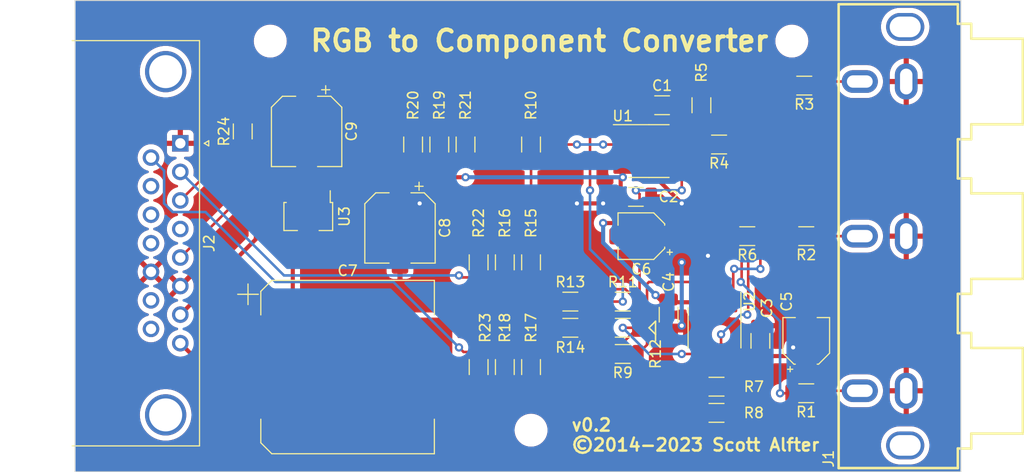
<source format=kicad_pcb>
(kicad_pcb (version 20221018) (generator pcbnew)

  (general
    (thickness 1.6)
  )

  (paper "USLetter")
  (title_block
    (title "RGB-to-Component Converter")
    (date "2023-04-22")
    (rev "0.2")
    (company "Scott Alfter")
  )

  (layers
    (0 "F.Cu" signal)
    (31 "B.Cu" signal)
    (32 "B.Adhes" user "B.Adhesive")
    (33 "F.Adhes" user "F.Adhesive")
    (34 "B.Paste" user)
    (35 "F.Paste" user)
    (36 "B.SilkS" user "B.Silkscreen")
    (37 "F.SilkS" user "F.Silkscreen")
    (38 "B.Mask" user)
    (39 "F.Mask" user)
    (40 "Dwgs.User" user "User.Drawings")
    (41 "Cmts.User" user "User.Comments")
    (42 "Eco1.User" user "User.Eco1")
    (43 "Eco2.User" user "User.Eco2")
    (44 "Edge.Cuts" user)
    (45 "Margin" user)
    (46 "B.CrtYd" user "B.Courtyard")
    (47 "F.CrtYd" user "F.Courtyard")
    (48 "B.Fab" user)
    (49 "F.Fab" user)
    (50 "User.1" user)
    (51 "User.2" user)
    (52 "User.3" user)
    (53 "User.4" user)
    (54 "User.5" user)
    (55 "User.6" user)
    (56 "User.7" user)
    (57 "User.8" user)
    (58 "User.9" user)
  )

  (setup
    (stackup
      (layer "F.SilkS" (type "Top Silk Screen"))
      (layer "F.Paste" (type "Top Solder Paste"))
      (layer "F.Mask" (type "Top Solder Mask") (thickness 0.01))
      (layer "F.Cu" (type "copper") (thickness 0.035))
      (layer "dielectric 1" (type "core") (thickness 1.51) (material "FR4") (epsilon_r 4.5) (loss_tangent 0.02))
      (layer "B.Cu" (type "copper") (thickness 0.035))
      (layer "B.Mask" (type "Bottom Solder Mask") (thickness 0.01))
      (layer "B.Paste" (type "Bottom Solder Paste"))
      (layer "B.SilkS" (type "Bottom Silk Screen"))
      (copper_finish "None")
      (dielectric_constraints no)
    )
    (pad_to_mask_clearance 0)
    (aux_axis_origin 102.489 122.555)
    (grid_origin 102.489 122.555)
    (pcbplotparams
      (layerselection 0x00010fc_ffffffff)
      (plot_on_all_layers_selection 0x0000000_00000000)
      (disableapertmacros false)
      (usegerberextensions false)
      (usegerberattributes true)
      (usegerberadvancedattributes true)
      (creategerberjobfile true)
      (dashed_line_dash_ratio 12.000000)
      (dashed_line_gap_ratio 3.000000)
      (svgprecision 4)
      (plotframeref false)
      (viasonmask false)
      (mode 1)
      (useauxorigin true)
      (hpglpennumber 1)
      (hpglpenspeed 20)
      (hpglpendiameter 15.000000)
      (dxfpolygonmode true)
      (dxfimperialunits true)
      (dxfusepcbnewfont true)
      (psnegative false)
      (psa4output false)
      (plotreference true)
      (plotvalue false)
      (plotinvisibletext false)
      (sketchpadsonfab false)
      (subtractmaskfromsilk false)
      (outputformat 1)
      (mirror false)
      (drillshape 0)
      (scaleselection 1)
      (outputdirectory "fabrication")
    )
  )

  (net 0 "")
  (net 1 "+5V")
  (net 2 "GND")
  (net 3 "-5V")
  (net 4 "+12V")
  (net 5 "G")
  (net 6 "Net-(J2-GREEN)")
  (net 7 "R")
  (net 8 "Net-(J2-CSYNC)")
  (net 9 "unconnected-(J2-NC-Pad4)")
  (net 10 "B")
  (net 11 "unconnected-(J2-NC-Pad10)")
  (net 12 "unconnected-(J2-SOUND-Pad11)")
  (net 13 "unconnected-(J2-NTSC{slash}PAL-Pad12)")
  (net 14 "unconnected-(J2-NC-Pad14)")
  (net 15 "unconnected-(J2-NC-Pad15)")
  (net 16 "Net-(R1-Pad2)")
  (net 17 "Net-(R2-Pad2)")
  (net 18 "Net-(R3-Pad2)")
  (net 19 "Net-(U1B--)")
  (net 20 "Net-(U2A--)")
  (net 21 "Net-(U2B--)")
  (net 22 "Net-(R10-Pad1)")
  (net 23 "Net-(U1A--)")
  (net 24 "Net-(U1B-+)")
  (net 25 "Net-(U2B-+)")
  (net 26 "Net-(J1-Pad2)")
  (net 27 "Net-(J1-Pad4)")
  (net 28 "Net-(J1-Pad6)")

  (footprint "MountingHole:MountingHole_2.7mm_M2.5" (layer "F.Cu") (at 146.685 118.52))

  (footprint "Resistor_SMD:R_1206_3216Metric" (layer "F.Cu") (at 164.6575 116.84))

  (footprint "Capacitor_SMD:CP_Elec_6.3x5.7" (layer "F.Cu") (at 133.985 98.9 -90))

  (footprint "Resistor_SMD:R_1206_3216Metric" (layer "F.Cu") (at 144.145 102.235 -90))

  (footprint "MountingHole:MountingHole_2.7mm_M2.5" (layer "F.Cu") (at 171.958 80.772))

  (footprint "Resistor_SMD:R_1206_3216Metric" (layer "F.Cu") (at 155.575 106.045 180))

  (footprint "Resistor_SMD:R_1206_3216Metric" (layer "F.Cu") (at 144.145 112.395 -90))

  (footprint "Resistor_SMD:R_1206_3216Metric" (layer "F.Cu") (at 167.64 99.695 180))

  (footprint "Capacitor_SMD:C_1206_3216Metric" (layer "F.Cu") (at 160.02 107.315 90))

  (footprint "Package_SO:SOIC-8_3.9x4.9mm_P1.27mm" (layer "F.Cu") (at 158.115 91.44))

  (footprint "Capacitor_SMD:CP_Elec_6.3x5.7" (layer "F.Cu") (at 124.935 89.535 -90))

  (footprint "Connector_Dsub:DSUB-15_Male_Horizontal_P2.77x2.84mm_EdgePinOffset7.70mm_Housed_MountingHolesOffset9.12mm" (layer "F.Cu") (at 112.695 90.69 -90))

  (footprint "MountingHole:MountingHole_2.7mm_M2.5" (layer "F.Cu") (at 121.412 80.772))

  (footprint "Resistor_SMD:R_1206_3216Metric" (layer "F.Cu") (at 146.685 90.805 -90))

  (footprint "Resistor_SMD:R_1206_3216Metric" (layer "F.Cu") (at 164.9075 90.805 180))

  (footprint "Resistor_SMD:R_1206_3216Metric" (layer "F.Cu") (at 164.6575 114.3 180))

  (footprint "Capacitor_SMD:C_1206_3216Metric" (layer "F.Cu") (at 159.385 86.995 180))

  (footprint "Resistor_SMD:R_1206_3216Metric" (layer "F.Cu") (at 141.605 102.235 -90))

  (footprint "Resistor_SMD:R_1206_3216Metric" (layer "F.Cu") (at 155.575 111.125 180))

  (footprint "Resistor_SMD:R_1206_3216Metric" (layer "F.Cu") (at 150.495 106.045 180))

  (footprint "Capacitor_SMD:C_1206_3216Metric" (layer "F.Cu") (at 168.91 109.855 90))

  (footprint "Capacitor_SMD:CP_Elec_4x5.4" (layer "F.Cu") (at 173.355 109.855 90))

  (footprint "Capacitor_SMD:CP_Elec_4x5.4" (layer "F.Cu") (at 157.375 99.695 180))

  (footprint "Resistor_SMD:R_1206_3216Metric" (layer "F.Cu") (at 173.1625 85.09 180))

  (footprint "Resistor_SMD:R_1206_3216Metric" (layer "F.Cu") (at 173.355 99.695 180))

  (footprint "Resistor_SMD:R_1206_3216Metric" (layer "F.Cu") (at 135.255 90.805 90))

  (footprint "Resistor_SMD:R_1206_3216Metric" (layer "F.Cu") (at 173.355 114.935 180))

  (footprint "Capacitor_SMD:CP_Elec_16x17.5" (layer "F.Cu") (at 128.905 112.395))

  (footprint "Resistor_SMD:R_1206_3216Metric" (layer "F.Cu") (at 118.745 89.535 90))

  (footprint "Resistor_SMD:R_1206_3216Metric" (layer "F.Cu") (at 137.795 90.805 90))

  (footprint "Capacitor_SMD:C_1206_3216Metric" (layer "F.Cu") (at 156.845 95.885 180))

  (footprint "Resistor_SMD:R_1206_3216Metric" (layer "F.Cu") (at 150.495 108.585 180))

  (footprint "Resistor_SMD:R_1206_3216Metric" (layer "F.Cu") (at 146.685 102.235 -90))

  (footprint "Resistor_SMD:R_1206_3216Metric" (layer "F.Cu") (at 146.685 112.395 -90))

  (footprint "Package_SO:SOIC-8_3.9x4.9mm_P1.27mm" (layer "F.Cu") (at 164.465 108.585 -90))

  (footprint "Resistor_SMD:R_1206_3216Metric" (layer "F.Cu") (at 141.605 112.395 90))

  (footprint "Package_TO_SOT_SMD:SOT-89-3" (layer "F.Cu") (at 125.095 97.79 -90))

  (footprint "Resistor_SMD:R_1206_3216Metric" (layer "F.Cu") (at 140.335 90.805 90))

  (footprint "Resistor_SMD:R_1206_3216Metric" (layer "F.Cu") (at 163.195 86.995 90))

  (footprint "conns:cui-rcj-32xxx-snapeda" (layer "F.Cu") (at 180.795 99.695 180))

  (footprint "Resistor_SMD:R_1206_3216Metric" (layer "F.Cu") (at 155.575 108.585))

  (gr_line (start 158.115 108.585) (end 158.75 109.22)
    (stroke (width 0.15) (type default)) (layer "F.SilkS") (tstamp 8da718bb-67ea-463c-8b7a-aa18c46207e7))
  (gr_line (start 158.75 107.95) (end 158.115 108.585)
    (stroke (width 0.15) (type default)) (layer "F.SilkS") (tstamp a932cfbb-d534-4976-b816-ba52507dd1c9))
  (gr_line (start 158.75 109.22) (end 158.75 109.855)
    (stroke (width 0.15) (type default)) (layer "F.SilkS") (tstamp d2595e3a-ebe5-4077-83cd-4fad640aca12))
  (gr_line (start 158.75 109.22) (end 158.75 107.95)
    (stroke (width 0.15) (type default)) (layer "F.SilkS") (tstamp d625ce51-f2af-4edd-b293-6752c8e79896))
  (gr_rect (start 102.489 76.835) (end 188.341 122.555)
    (stroke (width 0.1) (type default)) (fill none) (layer "Edge.Cuts") (tstamp 0def9970-0714-42ff-8817-3d9561bc4401))
  (gr_text "v0.2\n©2014-2023 Scott Alfter" (at 150.495 120.65) (layer "F.SilkS") (tstamp f7aa43f7-fcea-4f37-979c-60733e446057)
    (effects (font (size 1.2 1.2) (thickness 0.24) bold) (justify left bottom))
  )
  (gr_text "RGB to Component Converter" (at 125.095 81.915) (layer "F.SilkS") (tstamp fe254a04-19e9-4235-9d15-4b1bd488028f)
    (effects (font (size 2 2) (thickness 0.4) bold) (justify left bottom))
  )

  (segment (start 168.91 111.33) (end 166.64 111.33) (width 0.4) (layer "F.Cu") (net 1) (tstamp 11c19fd2-2b68-440c-b94e-ab6722873c07))
  (segment (start 160.107183 89.535) (end 158.75 90.892183) (width 0.4) (layer "F.Cu") (net 1) (tstamp 151108c5-4e45-40b7-9dba-093e1f85d96f))
  (segment (start 160.86 89.265) (end 160.59 89.535) (width 0.4) (layer "F.Cu") (net 1) (tstamp 171c4e6c-0277-49e1-b742-7a900844b612))
  (segment (start 160.59 89.535) (end 160.107183 89.535) (width 0.4) (layer "F.Cu") (net 1) (tstamp 2450e13d-e87b-444d-9f22-c52e6cd97ac3))
  (segment (start 126.595 95.84) (end 133.625 95.84) (width 0.4) (layer "F.Cu") (net 1) (tstamp 4e6bba0b-fafd-4cb1-973c-9742cc011f88))
  (segment (start 168.91 111.33) (end 173.03 111.33) (width 0.4) (layer "F.Cu") (net 1) (tstamp 593ebc72-debd-4d4d-8375-591f3c54e7f9))
  (segment (start 163.83 99.06) (end 163.83 101.6) (width 0.4) (layer "F.Cu") (net 1) (tstamp 68fb52d7-cd74-457d-a646-7c7177e48d11))
  (segment (start 133.985 96.2) (end 135.57 96.2) (width 0.4) (layer "F.Cu") (net 1) (tstamp 700adc12-ffdf-4bf9-a7af-59c4d1d17678))
  (segment (start 158.75 90.892183) (end 158.75 93.98) (width 0.4) (layer "F.Cu") (net 1) (tstamp 82286981-b246-4de1-9279-189c697c433f))
  (segment (start 133.625 95.84) (end 133.985 96.2) (width 0.4) (layer "F.Cu") (net 1) (tstamp 8aa8a289-69df-43b5-975b-edfc60fd3b31))
  (segment (start 151.13 96.52) (end 153.67 96.52) (width 0.4) (layer "F.Cu") (net 1) (tstamp 8d85329e-f68b-423b-bbeb-9a84541aecfa))
  (segment (start 173.03 111.33) (end 173.355 111.655) (width 0.4) (layer "F.Cu") (net 1) (tstamp 99ad2481-eadd-477e-9a83-464fdb9b963e))
  (segment (start 172.19 110.49) (end 173.355 111.655) (width 0.4) (layer "F.Cu") (net 1) (tstamp a4435b72-4965-4f4a-92db-2b36bf2c6694))
  (segment (start 160.86 86.995) (end 160.86 89.265) (width 0.4) (layer "F.Cu") (net 1) (tstamp a7054d1c-ccb7-4c9c-8f1f-77279118f697))
  (segment (start 158.75 93.98) (end 163.83 99.06) (width 0.4) (layer "F.Cu") (net 1) (tstamp cd1eae65-0fe8-4f57-85ca-c27cdeee64b8))
  (segment (start 172.085 110.49) (end 172.19 110.49) (width 0.4) (layer "F.Cu") (net 1) (tstamp e187d611-776d-49dc-a8f8-d0051e40323f))
  (segment (start 166.64 111.33) (end 166.37 111.06) (width 0.4) (layer "F.Cu") (net 1) (tstamp e37b29ae-4041-4b6f-b6b2-e365d7c56a60))
  (segment (start 135.57 96.2) (end 135.89 96.52) (width 0.4) (layer "F.Cu") (net 1) (tstamp e45ca1ee-bedf-478a-86b1-d7fc537da1c7))
  (via (at 151.13 96.52) (size 0.8) (drill 0.4) (layers "F.Cu" "B.Cu") (net 1) (tstamp 2218933b-09f8-4ad7-963e-c71db1ee80f9))
  (via (at 153.67 96.52) (size 0.8) (drill 0.4) (layers "F.Cu" "B.Cu") (net 1) (tstamp 2770cd1c-79c0-4f2f-83ca-cd46d7147dbf))
  (via (at 163.83 101.6) (size 0.8) (drill 0.4) (layers "F.Cu" "B.Cu") (net 1) (tstamp 631e91d4-3a6a-44d8-8ebe-5e39e001c9cc))
  (via (at 172.085 110.49) (size 0.8) (drill 0.4) (layers "F.Cu" "B.Cu") (net 1) (tstamp 6c32a7ec-e641-4759-90ab-1256a4bbcf58))
  (via (at 161.29 96.52) (size 0.8) (drill 0.4) (layers "F.Cu" "B.Cu") (net 1) (tstamp 89421f12-b446-4ad5-ada2-6f8000f6a198))
  (via (at 135.89 96.52) (size 0.8) (drill 0.4) (layers "F.Cu" "B.Cu") (net 1) (tstamp db2c2e95-e6e7-4904-802c-ff6b06861ed7))
  (segment (start 161.29 108.38) (end 160.43 108.38) (width 0.4) (layer "F.Cu") (net 2) (tstamp 167f630a-b8a6-48d7-a9f2-49152e403ced))
  (segment (start 159.175 99.695) (end 159.175 100.12) (width 0.4) (layer "F.Cu") (net 2) (tstamp bd323805-0312-4154-9a8d-945afc07138e))
  (segment (start 160.43 108.38) (end 160.02 108.79) (width 0.4) (layer "F.Cu") (net 2) (tstamp c0fc73be-e2c0-4b38-a513-f405c33d5f9f))
  (segment (start 173.03 108.38) (end 173.355 108.055) (width 0.4) (layer "F.Cu") (net 2) (tstamp ed7f527f-26ed-48f4-8356-1acfa4475e3a))
  (via (at 161.29 108.38) (size 0.8) (drill 0.4) (layers "F.Cu" "B.Cu") (net 2) (tstamp 48367394-646f-4744-8b0a-82db6fa244c3))
  (via (at 161.29 102.235) (size 0.8) (drill 0.4) (layers "F.Cu" "B.Cu") (net 2) (tstamp 65b1389a-4b77-4435-8c86-e7106dc5b218))
  (segment (start 161.29 102.235) (end 161.29 108.38) (width 0.4) (layer "B.Cu") (net 2) (tstamp 67a140fd-fbd0-4c37-a932-1785c54bcfac))
  (segment (start 120.015 96.52) (end 122.15 94.385) (width 0.4) (layer "F.Cu") (net 3) (tstamp 149bbb1e-0fc5-4440-b957-f2ee1b3e6b0c))
  (segment (start 155.575 96.09) (end 155.37 95.885) (width 0.4) (layer "F.Cu") (net 3) (tstamp 1a858b23-869d-4b66-ba84-0bd22b460644))
  (segment (start 132.31 94.385) (end 132.715 93.98) (width 0.4) (layer "F.Cu") (net 3) (tstamp 1d9c19db-bdd6-441e-9be7-a74272bebd15))
  (segment (start 120.015 99.99) (end 120.015 96.52) (width 0.4) (layer "F.Cu") (net 3) (tstamp 407b0991-ebf2-4586-8ec4-ce5f76ba4675))
  (segment (start 159.18 105.84) (end 158.75 105.41) (width 0.4) (layer "F.Cu") (net 3) (tstamp 538ce16f-e395-4cfb-a8f6-3d8d0ae2ac13))
  (segment (start 155.575 98.425) (end 155.575 96.09) (width 0.4) (layer "F.Cu") (net 3) (tstamp 57d1bf36-68e9-4a02-a8c2-5025f52eed38))
  (segment (start 155.575 93.98) (end 155.575 93.41) (width 0.4) (layer "F.Cu") (net 3) (tstamp 6bb0acf8-00b2-4332-b1f5-8bec6d189678))
  (segment (start 155.37 95.885) (end 155.37 94.185) (width 0.4) (layer "F.Cu") (net 3) (tstamp 752b9a91-f8c2-460a-b66b-727b4c8acc0a))
  (segment (start 122.15 94.385) (end 132.31 94.385) (width 0.4) (layer "F.Cu") (net 3) (tstamp 759529bc-abfc-4c3c-9acc-468017dc4978))
  (segment (start 155.575 93.41) (end 155.64 93.345) (width 0.4) (layer "F.Cu") (net 3) (tstamp 760b8697-284e-4363-afe5-036e731f46f0))
  (segment (start 160.29 106.11) (end 160.02 105.84) (width 0.4) (layer "F.Cu") (net 3) (tstamp 77dca913-6a46-4433-94b6-4defdd2e1aa7))
  (segment (start 155.575 98.425) (end 153.67 98.425) (width 0.4) (layer "F.Cu") (net 3) (tstamp 8832df4c-cc12-4e5a-971a-1c97a25bfbe9))
  (segment (start 132.715 93.98) (end 140.335 93.98) (width 0.4) (layer "F.Cu") (net 3) (tstamp b3e84103-9e6f-47c7-bc04-2bae15c70d2b))
  (segment (start 162.56 106.11) (end 160.29 106.11) (width 0.4) (layer "F.Cu") (net 3) (tstamp b6742554-1a84-4049-b88a-1ae65b03d8a4))
  (segment (start 155.575 99.695) (end 155.575 98.425) (width 0.4) (layer "F.Cu") (net 3) (tstamp bf1a542d-5661-4a8d-88a8-b96125b85027))
  (segment (start 160.02 105.84) (end 159.18 105.84) (width 0.4) (layer "F.Cu") (net 3) (tstamp bf452f57-2d13-4fd7-b9b7-64068484828a))
  (segment (start 155.37 94.185) (end 155.575 93.98) (width 0.4) (layer "F.Cu") (net 3) (tstamp c1e778d3-23b5-48dc-935d-ec42982e50c5))
  (segment (start 112.695 107.31) (end 120.015 99.99) (width 0.4) (layer "F.Cu") (net 3) (tstamp fba02c8d-f0a9-4961-abcf-907afb668eb2))
  (segment (start 155.37 93.615) (end 155.64 93.345) (width 0.25) (layer "F.Cu") (net 3) (tstamp feb3759b-b1ae-4b8a-b407-06d1434879cd))
  (via (at 155.575 93.98) (size 0.8) (drill 0.4) (layers "F.Cu" "B.Cu") (net 3) (tstamp 078af789-7cd2-43dd-820a-f811f5d791e9))
  (via (at 158.75 105.41) (size 0.8) (drill 0.4) (layers "F.Cu" "B.Cu") (net 3) (tstamp 2301eaf7-61d6-4a85-b47e-b1e969ffd475))
  (via (at 153.67 98.425) (size 0.8) (drill 0.4) (layers "F.Cu" "B.Cu") (net 3) (tstamp 59b5e3b3-4340-4b15-ada1-4adcb0402414))
  (via (at 140.335 93.98) (size 0.8) (drill 0.4) (layers "F.Cu" "B.Cu") (net 3) (tstamp 6e1c1b48-dfb7-449e-b850-6ef723346c8d))
  (segment (start 153.67 100.33) (end 158.75 105.41) (width 0.4) (layer "B.Cu") (net 3) (tstamp 3d68181a-139a-49ce-8113-c6fc9d31b589))
  (segment (start 153.67 98.425) (end 153.67 100.33) (width 0.4) (layer "B.Cu") (net 3) (tstamp 8ee80cd2-ea6a-4eec-ae02-b726f065c7b3))
  (segment (start 140.335 93.98) (end 155.575 93.98) (width 0.4) (layer "B.Cu") (net 3) (tstamp c2d2ad43-55b3-45f0-b14b-367023989467))
  (segment (start 122.655 112.395) (end 123.595 111.455) (width 0.4) (layer "F.Cu") (net 4) (tstamp 89887a10-1d39-432c-a9aa-8c5b6f5ccd82))
  (segment (start 114.935 112.32) (end 112.695 110.08) (width 0.4) (layer "F.Cu") (net 4) (tstamp 995f5704-7438-4a6b-b14a-4f571e3fafe6))
  (segment (start 123.595 111.455) (end 123.595 95.84) (width 0.4) (layer "F.Cu") (net 4) (tstamp a6996863-ff53-4822-8f46-482543f49aab))
  (segment (start 114.935 112.395) (end 114.935 112.32) (width 0.4) (layer "F.Cu") (net 4) (tstamp b531f808-b613-4e8e-96b8-162f5597cc55))
  (segment (start 122.655 112.395) (end 114.935 112.395) (width 0.4) (layer "F.Cu") (net 4) (tstamp d3e7a4c8-f8ab-4c78-93d6-4d8a1c0e6965))
  (segment (start 118.745 88.0725) (end 123.6975 88.0725) (width 0.25) (layer "F.Cu") (net 5) (tstamp 0f98a9aa-3f51-4668-9347-9ebad4be5c7f))
  (segment (start 127.4425 89.3425) (end 124.935 86.835) (width 0.25) (layer "F.Cu") (net 5) (tstamp 19011096-8488-4eef-85d0-a1826bec3757))
  (segment (start 135.255 89.3425) (end 127.4425 89.3425) (width 0.25) (layer "F.Cu") (net 5) (tstamp 4f7bfce5-de39-40e6-a337-5466dbf2adcb))
  (segment (start 140.335 89.3425) (end 135.255 89.3425) (width 0.25) (layer "F.Cu") (net 5) (tstamp aaf2eb54-70b8-4630-bc94-234d786a6aff))
  (segment (start 123.6975 88.0725) (end 124.935 86.835) (width 0.25) (layer "F.Cu") (net 5) (tstamp c30ba211-4910-4045-a545-35c5b4a42e0a))
  (segment (start 124.775 92.075) (end 124.935 92.235) (width 0.25) (layer "F.Cu") (net 6) (tstamp 288f83d5-d414-4f27-be98-158aa3d914b9))
  (segment (start 112.695 101.77) (end 122.39 92.075) (width 0.25) (layer "F.Cu") (net 6) (tstamp 365e4ce1-adc6-43a3-a734-e24f0b37954c))
  (segment (start 122.39 92.075) (end 124.775 92.075) (width 0.25) (layer "F.Cu") (net 6) (tstamp dfdb3a69-d809-4fdd-90ff-80d482488dc6))
  (segment (start 146.685 103.6975) (end 149.0325 106.045) (width 0.25) (layer "F.Cu") (net 7) (tstamp 2f54cdb0-39a8-4a18-b53a-3a0c11830de5))
  (segment (start 141.605 103.6975) (end 139.8925 103.6975) (width 0.25) (layer "F.Cu") (net 7) (tstamp 8aecb3cc-1787-4865-bb42-994ef291e22f))
  (segment (start 139.8925 103.6975) (end 139.7 103.505) (width 0.25) (layer "F.Cu") (net 7) (tstamp cba300d7-4897-47a0-bfef-bff08c348177))
  (segment (start 141.605 103.6975) (end 146.685 103.6975) (width 0.25) (layer "F.Cu") (net 7) (tstamp e04ddd24-b31a-471b-ab07-cb60f043c5b9))
  (via (at 139.7 103.505) (size 0.8) (drill 0.4) (layers "F.Cu" "B.Cu") (net 7) (tstamp c7af2bad-aa99-44be-bea1-dc22d947bae3))
  (segment (start 139.7 103.505) (end 122.74 103.505) (width 0.25) (layer "B.Cu") (net 7) (tstamp 09f25f24-a610-40fa-ba82-05136c51f3dd))
  (segment (start 122.74 103.505) (end 112.695 93.46) (width 0.25) (layer "B.Cu") (net 7) (tstamp 54a3c4ad-8dfa-4624-8f8f-e8982160aaa8))
  (segment (start 112.695 96.23) (end 117.9275 90.9975) (width 0.25) (layer "F.Cu") (net 8) (tstamp 2786fc31-be67-4776-afa6-f0ea8830e9cd))
  (segment (start 117.9275 90.9975) (end 118.745 90.9975) (width 0.25) (layer "F.Cu") (net 8) (tstamp a33866ce-c43e-439c-8a54-3823d01b16ce))
  (segment (start 141.605 110.9325) (end 140.1425 110.9325) (width 0.25) (layer "F.Cu") (net 10) (tstamp 180bc001-36f8-4035-9e8d-e3396435b9b4))
  (segment (start 146.685 110.9325) (end 149.0325 108.585) (width 0.25) (layer "F.Cu") (net 10) (tstamp d747baad-eb8c-4c97-8a86-347fc5c4ecd8))
  (segment (start 140.1425 110.9325) (end 139.7 110.49) (width 0.25) (layer "F.Cu") (net 10) (tstamp eb4cb272-fc49-4cfc-b5f6-a53ef8212afd))
  (segment (start 141.605 110.9325) (end 146.685 110.9325) (width 0.25) (layer "F.Cu") (net 10) (tstamp ee3d88ae-9bee-4742-9aa0-e339b0ac6b3a))
  (via (at 139.7 110.49) (size 0.8) (drill 0.4) (layers "F.Cu" "B.Cu") (net 10) (tstamp 6246bf2e-1860-4a6e-822d-cbbe13303ea1))
  (segment (start 121.92 104.14) (end 115.135 97.355) (width 0.25) (layer "B.Cu") (net 10) (tstamp 15475229-df3a-47ee-8da4-9b83e40d3dbe))
  (segment (start 133.35 104.14) (end 121.92 104.14) (width 0.25) (layer "B.Cu") (net 10) (tstamp 31a25c9c-261e-4ceb-9894-c21f089a178d))
  (segment (start 139.7 110.49) (end 133.35 104.14) (width 0.25) (layer "B.Cu") (net 10) (tstamp a73de4fe-1766-47f6-bd10-d91b553d68f7))
  (segment (start 111.96 97.355) (end 111.125 96.52) (width 0.25) (layer "B.Cu") (net 10) (tstamp d81d333c-174c-4b0a-a112-5f57134ca17a))
  (segment (start 111.125 93.345) (end 109.855 92.075) (width 0.25) (layer "B.Cu") (net 10) (tstamp ed068ae6-7f18-4b83-953c-875e07235a97))
  (segment (start 111.125 96.52) (end 111.125 93.345) (width 0.25) (layer "B.Cu") (net 10) (tstamp ed1ef5df-ce1e-4a58-a010-843d26c478ba))
  (segment (start 115.135 97.355) (end 111.96 97.355) (width 0.25) (layer "B.Cu") (net 10) (tstamp f10dc161-9ea1-4c11-bbe5-1ea5276ec1c6))
  (segment (start 162.331827 87.57) (end 164.058173 87.57) (width 0.25) (layer "F.Cu") (net 16) (tstamp 13e0d4f0-2449-4e7f-89c4-b4b07cd79633))
  (segment (start 160.59 90.805) (end 161.29 90.805) (width 0.25) (layer "F.Cu") (net 16) (tstamp 1478dcbe-f5f9-464e-b532-6f3087490ecb))
  (segment (start 166.37 89.881827) (end 166.37 90.805) (width 0.25) (layer "F.Cu") (net 16) (tstamp 1a9069b8-5639-409a-be4b-d20fdb3ab5fb))
  (segment (start 167.0945 91.5295) (end 167.0945 104.0505) (width 0.25) (layer "F.Cu") (net 16) (tstamp 2b36e0ea-cf89-44e9-b31c-d11158d830d0))
  (segment (start 166.37 90.805) (end 167.0945 91.5295) (width 0.25) (layer "F.Cu") (net 16) (tstamp 3c77fae9-6925-416d-ac4b-edaa82a23cab))
  (segment (start 170.815 114.935) (end 171.8925 114.935) (width 0.25) (layer "F.Cu") (net 16) (tstamp 3e848851-3939-48b5-b8d0-40e5ee9e9a6f))
  (segment (start 161.995 87.906827) (end 162.331827 87.57) (width 0.25) (layer "F.Cu") (net 16) (tstamp 8681c459-4494-4d18-b583-02c996a3cd30))
  (segment (start 164.058173 87.57) (end 166.37 89.881827) (width 0.25) (layer "F.Cu") (net 16) (tstamp 8db1f7c8-5e9a-4a6c-a317-bcb40cf03177))
  (segment (start 161.29 90.805) (end 161.995 90.1) (width 0.25) (layer "F.Cu") (net 16) (tstamp cb1a62a2-8c80-453e-80fe-217b13a2b5ed))
  (segment (start 161.995 90.1) (end 161.995 87.906827) (width 0.25) (layer "F.Cu") (net 16) (tstamp d61307dc-1117-42e8-a018-8336bd663277))
  (segment (start 167.0945 104.0505) (end 167.005 104.14) (width 0.25) (layer "F.Cu") (net 16) (tstamp fcb351e5-5c2a-418c-b73a-0c44e4c3cf10))
  (via (at 167.005 104.14) (size 0.8) (drill 0.4) (layers "F.Cu" "B.Cu") (net 16) (tstamp 015bd4a3-7d02-4824-9142-9935d346ac71))
  (via (at 170.815 114.935) (size 0.8) (drill 0.4) (layers "F.Cu" "B.Cu") (net 16) (tstamp 4c9ec7cd-a852-4b0c-adfc-e9744ba445e4))
  (segment (start 170.815 107.95) (end 170.815 114.935) (width 0.25) (layer "B.Cu") (net 16) (tstamp 51d91e02-059d-478d-8da8-2e22dffe04c8))
  (segment (start 167.005 104.14) (end 170.815 107.95) (width 0.25) (layer "B.Cu") (net 16) (tstamp 8c891268-7908-45b3-9a03-643ebb51dbfe))
  (segment (start 168.91 99.8875) (end 169.1025 99.695) (width 0.25) (layer "F.Cu") (net 17) (tstamp 49271318-9d20-421e-b130-77f77cf69132))
  (segment (start 168.91 102.87) (end 168.91 99.8875) (width 0.25) (layer "F.Cu") (net 17) (tstamp 5e95e5fc-d6a5-4710-8d4d-8096bd6fbc29))
  (segment (start 166.28 102.96) (end 166.37 102.87) (width 0.25) (layer "F.Cu") (net 17) (tstamp b6d144de-c188-4512-90eb-1085cf952e57))
  (segment (start 166.28 106.02) (end 166.28 102.96) (width 0.25) (layer "F.Cu") (net 17) (tstamp be84292c-4528-4030-86b6-240b94828c8c))
  (segment (start 171.8925 99.695) (end 169.1025 99.695) (width 0.25) (layer "F.Cu") (net 17) (tstamp c4ad256a-8481-4668-9857-3b580f3f8fc4))
  (segment (start 166.37 106.11) (end 166.28 106.02) (width 0.25) (layer "F.Cu") (net 17) (tstamp f7f3f76d-715f-47ec-942c-fc24dc1af537))
  (via (at 166.37 102.87) (size 0.8) (drill 0.4) (layers "F.Cu" "B.Cu") (net 17) (tstamp 72fc4b1c-bd4a-4afa-b415-edbfe55176af))
  (via (at 168.91 102.87) (size 0.8) (drill 0.4) (layers "F.Cu" "B.Cu") (net 17) (tstamp c18faebe-af72-4023-9f5b-b6b25ae7f99d))
  (segment (start 166.37 102.87) (end 168.91 102.87) (width 0.25) (layer "B.Cu") (net 17) (tstamp 1b150702-d050-42e0-ab1f-fbc8be1eef31))
  (segment (start 165.1 111.06) (end 165.1 113.28) (width 0.25) (layer "F.Cu") (net 18) (tstamp 1f668a0e-c85f-453a-bd1c-e087918c3434))
  (segment (start 165.1 113.28) (end 166.12 114.3) (width 0.25) (layer "F.Cu") (net 18) (tstamp 3f13a499-e243-487d-9cf8-da1dfab15988))
  (segment (start 171.7 85.09) (end 167.7295 89.0605) (width 0.25) (layer "F.Cu") (net 18) (tstamp 52af11d2-6003-4649-a39c-55b17febcd0e))
  (segment (start 167.7295 89.0605) (end 167.7295 107.2255) (width 0.25) (layer "F.Cu") (net 18) (tstamp 5b188965-5b42-4d37-9a35-ce9b059bcdc3))
  (segment (start 167.7295 107.2255) (end 167.64 107.315) (width 0.25) (layer "F.Cu") (net 18) (tstamp 6917c041-59dd-468c-a726-329efe73cfe6))
  (segment (start 165.1 109.22) (end 165.1 111.06) (width 0.25) (layer "F.Cu") (net 18) (tstamp e985ac03-ff63-4a25-962b-b681d1bf0dc5))
  (via (at 165.1 109.22) (size 0.8) (drill 0.4) (layers "F.Cu" "B.Cu") (net 18) (tstamp 00b334ba-c8b7-4dbc-ac18-9dfecbbdcb1f))
  (via (at 167.64 107.315) (size 0.8) (drill 0.4) (layers "F.Cu" "B.Cu") (net 18) (tstamp b3d985ca-2a0f-4ecc-b2ae-d91e18a8996e))
  (segment (start 167.005 107.315) (end 165.1 109.22) (width 0.25) (layer "B.Cu") (net 18) (tstamp 89369fc7-85e7-41e3-9556-f767f475b304))
  (segment (start 167.64 107.315) (end 167.005 107.315) (width 0.25) (layer "B.Cu") (net 18) (tstamp 90651227-0402-4d60-840b-cded2320587a))
  (segment (start 163.445 88.7075) (end 163.195 88.4575) (width 0.25) (layer "F.Cu") (net 19) (tstamp 0421dc2f-95b2-4bfa-b807-0ded98234b33))
  (segment (start 162.175 92.075) (end 163.445 90.805) (width 0.25) (layer "F.Cu") (net 19) (tstamp 3b3e704b-2df5-4831-b21d-0b3f003ed531))
  (segment (start 160.59 92.075) (end 162.175 92.075) (width 0.25) (layer "F.Cu") (net 19) (tstamp 47d7de71-7763-4dc2-a412-42d47af1fbb8))
  (segment (start 163.445 90.805) (end 163.445 88.7075) (width 0.25) (layer "F.Cu") (net 19) (tstamp ba9d722d-8beb-44c8-bb8e-37a1f32b61
... [453673 chars truncated]
</source>
